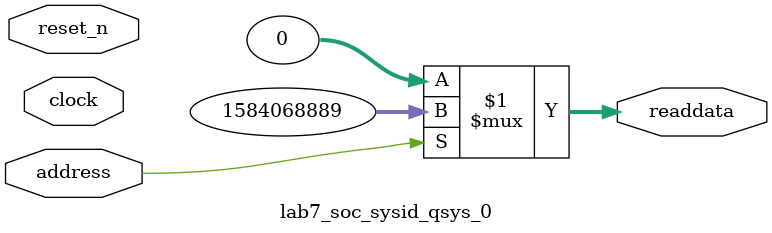
<source format=v>



// synthesis translate_off
`timescale 1ns / 1ps
// synthesis translate_on

// turn off superfluous verilog processor warnings 
// altera message_level Level1 
// altera message_off 10034 10035 10036 10037 10230 10240 10030 

module lab7_soc_sysid_qsys_0 (
               // inputs:
                address,
                clock,
                reset_n,

               // outputs:
                readdata
             )
;

  output  [ 31: 0] readdata;
  input            address;
  input            clock;
  input            reset_n;

  wire    [ 31: 0] readdata;
  //control_slave, which is an e_avalon_slave
  assign readdata = address ? 1584068889 : 0;

endmodule



</source>
